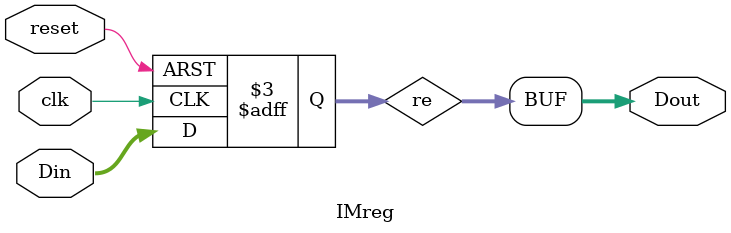
<source format=v>
`timescale 1ns / 1ps
module IMreg(
	input clk,
	input reset,
    input [31:0] Din,
    output [31:0] Dout
    );
	
	reg [31:0] re=0;
	
	assign Dout=re;
	
	always @(posedge clk, posedge reset)
	begin
		if(reset)
			re<=0;
		else
			re<=Din;
	end

endmodule

</source>
